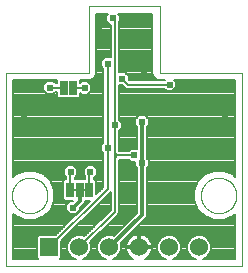
<source format=gbl>
G75*
%MOIN*%
%OFA0B0*%
%FSLAX25Y25*%
%IPPOS*%
%LPD*%
%AMOC8*
5,1,8,0,0,1.08239X$1,22.5*
%
%ADD10C,0.00100*%
%ADD11C,0.00000*%
%ADD12R,0.06000X0.06000*%
%ADD13C,0.06000*%
%ADD14R,0.02500X0.05000*%
%ADD15C,0.00800*%
%ADD16C,0.02400*%
%ADD17C,0.01200*%
%ADD18C,0.00700*%
D10*
X0011938Y0001701D02*
X0011938Y0066268D01*
X0039498Y0066268D01*
X0039498Y0088315D01*
X0063120Y0088315D01*
X0063120Y0066268D01*
X0090679Y0066268D01*
X0090679Y0001701D01*
X0011938Y0001701D01*
D11*
X0013906Y0025323D02*
X0013908Y0025476D01*
X0013914Y0025630D01*
X0013924Y0025783D01*
X0013938Y0025935D01*
X0013956Y0026088D01*
X0013978Y0026239D01*
X0014003Y0026390D01*
X0014033Y0026541D01*
X0014067Y0026691D01*
X0014104Y0026839D01*
X0014145Y0026987D01*
X0014190Y0027133D01*
X0014239Y0027279D01*
X0014292Y0027423D01*
X0014348Y0027565D01*
X0014408Y0027706D01*
X0014472Y0027846D01*
X0014539Y0027984D01*
X0014610Y0028120D01*
X0014685Y0028254D01*
X0014762Y0028386D01*
X0014844Y0028516D01*
X0014928Y0028644D01*
X0015016Y0028770D01*
X0015107Y0028893D01*
X0015201Y0029014D01*
X0015299Y0029132D01*
X0015399Y0029248D01*
X0015503Y0029361D01*
X0015609Y0029472D01*
X0015718Y0029580D01*
X0015830Y0029685D01*
X0015944Y0029786D01*
X0016062Y0029885D01*
X0016181Y0029981D01*
X0016303Y0030074D01*
X0016428Y0030163D01*
X0016555Y0030250D01*
X0016684Y0030332D01*
X0016815Y0030412D01*
X0016948Y0030488D01*
X0017083Y0030561D01*
X0017220Y0030630D01*
X0017359Y0030695D01*
X0017499Y0030757D01*
X0017641Y0030815D01*
X0017784Y0030870D01*
X0017929Y0030921D01*
X0018075Y0030968D01*
X0018222Y0031011D01*
X0018370Y0031050D01*
X0018519Y0031086D01*
X0018669Y0031117D01*
X0018820Y0031145D01*
X0018971Y0031169D01*
X0019124Y0031189D01*
X0019276Y0031205D01*
X0019429Y0031217D01*
X0019582Y0031225D01*
X0019735Y0031229D01*
X0019889Y0031229D01*
X0020042Y0031225D01*
X0020195Y0031217D01*
X0020348Y0031205D01*
X0020500Y0031189D01*
X0020653Y0031169D01*
X0020804Y0031145D01*
X0020955Y0031117D01*
X0021105Y0031086D01*
X0021254Y0031050D01*
X0021402Y0031011D01*
X0021549Y0030968D01*
X0021695Y0030921D01*
X0021840Y0030870D01*
X0021983Y0030815D01*
X0022125Y0030757D01*
X0022265Y0030695D01*
X0022404Y0030630D01*
X0022541Y0030561D01*
X0022676Y0030488D01*
X0022809Y0030412D01*
X0022940Y0030332D01*
X0023069Y0030250D01*
X0023196Y0030163D01*
X0023321Y0030074D01*
X0023443Y0029981D01*
X0023562Y0029885D01*
X0023680Y0029786D01*
X0023794Y0029685D01*
X0023906Y0029580D01*
X0024015Y0029472D01*
X0024121Y0029361D01*
X0024225Y0029248D01*
X0024325Y0029132D01*
X0024423Y0029014D01*
X0024517Y0028893D01*
X0024608Y0028770D01*
X0024696Y0028644D01*
X0024780Y0028516D01*
X0024862Y0028386D01*
X0024939Y0028254D01*
X0025014Y0028120D01*
X0025085Y0027984D01*
X0025152Y0027846D01*
X0025216Y0027706D01*
X0025276Y0027565D01*
X0025332Y0027423D01*
X0025385Y0027279D01*
X0025434Y0027133D01*
X0025479Y0026987D01*
X0025520Y0026839D01*
X0025557Y0026691D01*
X0025591Y0026541D01*
X0025621Y0026390D01*
X0025646Y0026239D01*
X0025668Y0026088D01*
X0025686Y0025935D01*
X0025700Y0025783D01*
X0025710Y0025630D01*
X0025716Y0025476D01*
X0025718Y0025323D01*
X0025716Y0025170D01*
X0025710Y0025016D01*
X0025700Y0024863D01*
X0025686Y0024711D01*
X0025668Y0024558D01*
X0025646Y0024407D01*
X0025621Y0024256D01*
X0025591Y0024105D01*
X0025557Y0023955D01*
X0025520Y0023807D01*
X0025479Y0023659D01*
X0025434Y0023513D01*
X0025385Y0023367D01*
X0025332Y0023223D01*
X0025276Y0023081D01*
X0025216Y0022940D01*
X0025152Y0022800D01*
X0025085Y0022662D01*
X0025014Y0022526D01*
X0024939Y0022392D01*
X0024862Y0022260D01*
X0024780Y0022130D01*
X0024696Y0022002D01*
X0024608Y0021876D01*
X0024517Y0021753D01*
X0024423Y0021632D01*
X0024325Y0021514D01*
X0024225Y0021398D01*
X0024121Y0021285D01*
X0024015Y0021174D01*
X0023906Y0021066D01*
X0023794Y0020961D01*
X0023680Y0020860D01*
X0023562Y0020761D01*
X0023443Y0020665D01*
X0023321Y0020572D01*
X0023196Y0020483D01*
X0023069Y0020396D01*
X0022940Y0020314D01*
X0022809Y0020234D01*
X0022676Y0020158D01*
X0022541Y0020085D01*
X0022404Y0020016D01*
X0022265Y0019951D01*
X0022125Y0019889D01*
X0021983Y0019831D01*
X0021840Y0019776D01*
X0021695Y0019725D01*
X0021549Y0019678D01*
X0021402Y0019635D01*
X0021254Y0019596D01*
X0021105Y0019560D01*
X0020955Y0019529D01*
X0020804Y0019501D01*
X0020653Y0019477D01*
X0020500Y0019457D01*
X0020348Y0019441D01*
X0020195Y0019429D01*
X0020042Y0019421D01*
X0019889Y0019417D01*
X0019735Y0019417D01*
X0019582Y0019421D01*
X0019429Y0019429D01*
X0019276Y0019441D01*
X0019124Y0019457D01*
X0018971Y0019477D01*
X0018820Y0019501D01*
X0018669Y0019529D01*
X0018519Y0019560D01*
X0018370Y0019596D01*
X0018222Y0019635D01*
X0018075Y0019678D01*
X0017929Y0019725D01*
X0017784Y0019776D01*
X0017641Y0019831D01*
X0017499Y0019889D01*
X0017359Y0019951D01*
X0017220Y0020016D01*
X0017083Y0020085D01*
X0016948Y0020158D01*
X0016815Y0020234D01*
X0016684Y0020314D01*
X0016555Y0020396D01*
X0016428Y0020483D01*
X0016303Y0020572D01*
X0016181Y0020665D01*
X0016062Y0020761D01*
X0015944Y0020860D01*
X0015830Y0020961D01*
X0015718Y0021066D01*
X0015609Y0021174D01*
X0015503Y0021285D01*
X0015399Y0021398D01*
X0015299Y0021514D01*
X0015201Y0021632D01*
X0015107Y0021753D01*
X0015016Y0021876D01*
X0014928Y0022002D01*
X0014844Y0022130D01*
X0014762Y0022260D01*
X0014685Y0022392D01*
X0014610Y0022526D01*
X0014539Y0022662D01*
X0014472Y0022800D01*
X0014408Y0022940D01*
X0014348Y0023081D01*
X0014292Y0023223D01*
X0014239Y0023367D01*
X0014190Y0023513D01*
X0014145Y0023659D01*
X0014104Y0023807D01*
X0014067Y0023955D01*
X0014033Y0024105D01*
X0014003Y0024256D01*
X0013978Y0024407D01*
X0013956Y0024558D01*
X0013938Y0024711D01*
X0013924Y0024863D01*
X0013914Y0025016D01*
X0013908Y0025170D01*
X0013906Y0025323D01*
X0076899Y0025323D02*
X0076901Y0025476D01*
X0076907Y0025630D01*
X0076917Y0025783D01*
X0076931Y0025935D01*
X0076949Y0026088D01*
X0076971Y0026239D01*
X0076996Y0026390D01*
X0077026Y0026541D01*
X0077060Y0026691D01*
X0077097Y0026839D01*
X0077138Y0026987D01*
X0077183Y0027133D01*
X0077232Y0027279D01*
X0077285Y0027423D01*
X0077341Y0027565D01*
X0077401Y0027706D01*
X0077465Y0027846D01*
X0077532Y0027984D01*
X0077603Y0028120D01*
X0077678Y0028254D01*
X0077755Y0028386D01*
X0077837Y0028516D01*
X0077921Y0028644D01*
X0078009Y0028770D01*
X0078100Y0028893D01*
X0078194Y0029014D01*
X0078292Y0029132D01*
X0078392Y0029248D01*
X0078496Y0029361D01*
X0078602Y0029472D01*
X0078711Y0029580D01*
X0078823Y0029685D01*
X0078937Y0029786D01*
X0079055Y0029885D01*
X0079174Y0029981D01*
X0079296Y0030074D01*
X0079421Y0030163D01*
X0079548Y0030250D01*
X0079677Y0030332D01*
X0079808Y0030412D01*
X0079941Y0030488D01*
X0080076Y0030561D01*
X0080213Y0030630D01*
X0080352Y0030695D01*
X0080492Y0030757D01*
X0080634Y0030815D01*
X0080777Y0030870D01*
X0080922Y0030921D01*
X0081068Y0030968D01*
X0081215Y0031011D01*
X0081363Y0031050D01*
X0081512Y0031086D01*
X0081662Y0031117D01*
X0081813Y0031145D01*
X0081964Y0031169D01*
X0082117Y0031189D01*
X0082269Y0031205D01*
X0082422Y0031217D01*
X0082575Y0031225D01*
X0082728Y0031229D01*
X0082882Y0031229D01*
X0083035Y0031225D01*
X0083188Y0031217D01*
X0083341Y0031205D01*
X0083493Y0031189D01*
X0083646Y0031169D01*
X0083797Y0031145D01*
X0083948Y0031117D01*
X0084098Y0031086D01*
X0084247Y0031050D01*
X0084395Y0031011D01*
X0084542Y0030968D01*
X0084688Y0030921D01*
X0084833Y0030870D01*
X0084976Y0030815D01*
X0085118Y0030757D01*
X0085258Y0030695D01*
X0085397Y0030630D01*
X0085534Y0030561D01*
X0085669Y0030488D01*
X0085802Y0030412D01*
X0085933Y0030332D01*
X0086062Y0030250D01*
X0086189Y0030163D01*
X0086314Y0030074D01*
X0086436Y0029981D01*
X0086555Y0029885D01*
X0086673Y0029786D01*
X0086787Y0029685D01*
X0086899Y0029580D01*
X0087008Y0029472D01*
X0087114Y0029361D01*
X0087218Y0029248D01*
X0087318Y0029132D01*
X0087416Y0029014D01*
X0087510Y0028893D01*
X0087601Y0028770D01*
X0087689Y0028644D01*
X0087773Y0028516D01*
X0087855Y0028386D01*
X0087932Y0028254D01*
X0088007Y0028120D01*
X0088078Y0027984D01*
X0088145Y0027846D01*
X0088209Y0027706D01*
X0088269Y0027565D01*
X0088325Y0027423D01*
X0088378Y0027279D01*
X0088427Y0027133D01*
X0088472Y0026987D01*
X0088513Y0026839D01*
X0088550Y0026691D01*
X0088584Y0026541D01*
X0088614Y0026390D01*
X0088639Y0026239D01*
X0088661Y0026088D01*
X0088679Y0025935D01*
X0088693Y0025783D01*
X0088703Y0025630D01*
X0088709Y0025476D01*
X0088711Y0025323D01*
X0088709Y0025170D01*
X0088703Y0025016D01*
X0088693Y0024863D01*
X0088679Y0024711D01*
X0088661Y0024558D01*
X0088639Y0024407D01*
X0088614Y0024256D01*
X0088584Y0024105D01*
X0088550Y0023955D01*
X0088513Y0023807D01*
X0088472Y0023659D01*
X0088427Y0023513D01*
X0088378Y0023367D01*
X0088325Y0023223D01*
X0088269Y0023081D01*
X0088209Y0022940D01*
X0088145Y0022800D01*
X0088078Y0022662D01*
X0088007Y0022526D01*
X0087932Y0022392D01*
X0087855Y0022260D01*
X0087773Y0022130D01*
X0087689Y0022002D01*
X0087601Y0021876D01*
X0087510Y0021753D01*
X0087416Y0021632D01*
X0087318Y0021514D01*
X0087218Y0021398D01*
X0087114Y0021285D01*
X0087008Y0021174D01*
X0086899Y0021066D01*
X0086787Y0020961D01*
X0086673Y0020860D01*
X0086555Y0020761D01*
X0086436Y0020665D01*
X0086314Y0020572D01*
X0086189Y0020483D01*
X0086062Y0020396D01*
X0085933Y0020314D01*
X0085802Y0020234D01*
X0085669Y0020158D01*
X0085534Y0020085D01*
X0085397Y0020016D01*
X0085258Y0019951D01*
X0085118Y0019889D01*
X0084976Y0019831D01*
X0084833Y0019776D01*
X0084688Y0019725D01*
X0084542Y0019678D01*
X0084395Y0019635D01*
X0084247Y0019596D01*
X0084098Y0019560D01*
X0083948Y0019529D01*
X0083797Y0019501D01*
X0083646Y0019477D01*
X0083493Y0019457D01*
X0083341Y0019441D01*
X0083188Y0019429D01*
X0083035Y0019421D01*
X0082882Y0019417D01*
X0082728Y0019417D01*
X0082575Y0019421D01*
X0082422Y0019429D01*
X0082269Y0019441D01*
X0082117Y0019457D01*
X0081964Y0019477D01*
X0081813Y0019501D01*
X0081662Y0019529D01*
X0081512Y0019560D01*
X0081363Y0019596D01*
X0081215Y0019635D01*
X0081068Y0019678D01*
X0080922Y0019725D01*
X0080777Y0019776D01*
X0080634Y0019831D01*
X0080492Y0019889D01*
X0080352Y0019951D01*
X0080213Y0020016D01*
X0080076Y0020085D01*
X0079941Y0020158D01*
X0079808Y0020234D01*
X0079677Y0020314D01*
X0079548Y0020396D01*
X0079421Y0020483D01*
X0079296Y0020572D01*
X0079174Y0020665D01*
X0079055Y0020761D01*
X0078937Y0020860D01*
X0078823Y0020961D01*
X0078711Y0021066D01*
X0078602Y0021174D01*
X0078496Y0021285D01*
X0078392Y0021398D01*
X0078292Y0021514D01*
X0078194Y0021632D01*
X0078100Y0021753D01*
X0078009Y0021876D01*
X0077921Y0022002D01*
X0077837Y0022130D01*
X0077755Y0022260D01*
X0077678Y0022392D01*
X0077603Y0022526D01*
X0077532Y0022662D01*
X0077465Y0022800D01*
X0077401Y0022940D01*
X0077341Y0023081D01*
X0077285Y0023223D01*
X0077232Y0023367D01*
X0077183Y0023513D01*
X0077138Y0023659D01*
X0077097Y0023807D01*
X0077060Y0023955D01*
X0077026Y0024105D01*
X0076996Y0024256D01*
X0076971Y0024407D01*
X0076949Y0024558D01*
X0076931Y0024711D01*
X0076917Y0024863D01*
X0076907Y0025016D01*
X0076901Y0025170D01*
X0076899Y0025323D01*
D12*
X0026309Y0008000D03*
D13*
X0036309Y0008000D03*
X0046309Y0008000D03*
X0056309Y0008000D03*
X0066309Y0008000D03*
X0076309Y0008000D03*
D14*
X0039738Y0027101D03*
X0036538Y0027101D03*
X0033338Y0027101D03*
X0034338Y0061201D03*
X0031138Y0061201D03*
D15*
X0026738Y0061201D01*
X0026638Y0061301D01*
X0045838Y0069301D02*
X0045838Y0044501D01*
X0045838Y0041201D01*
X0045838Y0027530D01*
X0026309Y0008000D01*
X0036309Y0008000D02*
X0048238Y0019930D01*
X0048238Y0037901D01*
X0049038Y0038701D01*
X0048238Y0039501D01*
X0048238Y0037901D01*
X0049038Y0038701D02*
X0054638Y0038701D01*
X0048238Y0039501D02*
X0048238Y0048701D01*
X0048238Y0083701D01*
X0047538Y0084401D01*
X0050538Y0064301D02*
X0052538Y0062301D01*
X0066438Y0062301D01*
X0040038Y0033201D02*
X0039738Y0032901D01*
X0039738Y0027101D01*
X0039838Y0027101D02*
X0036538Y0027101D01*
X0033138Y0027101D01*
X0033338Y0027101D02*
X0033338Y0033001D01*
X0033438Y0033101D01*
X0039738Y0032901D02*
X0040038Y0033201D01*
D16*
X0040038Y0033201D03*
X0033438Y0033101D03*
X0034238Y0021301D03*
X0031438Y0005701D03*
X0041438Y0005701D03*
X0019438Y0005701D03*
X0054638Y0038701D03*
X0057238Y0036101D03*
X0045838Y0041201D03*
X0048238Y0048701D03*
X0051938Y0048701D03*
X0051938Y0052701D03*
X0057238Y0049901D03*
X0064538Y0057301D03*
X0066438Y0062301D03*
X0057938Y0065701D03*
X0057938Y0068701D03*
X0050938Y0068701D03*
X0050538Y0064301D03*
X0045838Y0069301D03*
X0043138Y0062901D03*
X0038138Y0061201D03*
X0026638Y0061301D03*
X0017938Y0055701D03*
X0017938Y0051701D03*
X0017938Y0047701D03*
X0050938Y0075701D03*
X0050938Y0078701D03*
X0050938Y0084701D03*
X0047538Y0084401D03*
X0042938Y0084701D03*
X0042938Y0081701D03*
X0054938Y0084701D03*
X0058938Y0084701D03*
X0084938Y0055701D03*
X0084938Y0051701D03*
X0084938Y0047701D03*
X0083438Y0005701D03*
X0071438Y0005701D03*
D17*
X0057238Y0018930D02*
X0046309Y0008000D01*
X0057238Y0018930D02*
X0057238Y0036101D01*
X0057238Y0049901D01*
X0036538Y0027101D02*
X0036538Y0023601D01*
X0034238Y0021301D01*
D18*
X0036488Y0021217D02*
X0036488Y0020369D01*
X0035170Y0019051D01*
X0033306Y0019051D01*
X0031988Y0020369D01*
X0031988Y0022233D01*
X0033306Y0023551D01*
X0034155Y0023551D01*
X0034155Y0023551D01*
X0031654Y0023551D01*
X0031038Y0024166D01*
X0031038Y0030036D01*
X0031654Y0030651D01*
X0031888Y0030651D01*
X0031888Y0031469D01*
X0031188Y0032169D01*
X0031188Y0034033D01*
X0032506Y0035351D01*
X0034370Y0035351D01*
X0035688Y0034033D01*
X0035688Y0032169D01*
X0034788Y0031269D01*
X0034788Y0030651D01*
X0038288Y0030651D01*
X0038288Y0031769D01*
X0037788Y0032269D01*
X0037788Y0034133D01*
X0039106Y0035451D01*
X0040970Y0035451D01*
X0042288Y0034133D01*
X0042288Y0032269D01*
X0041188Y0031169D01*
X0041188Y0030651D01*
X0041423Y0030651D01*
X0042038Y0030036D01*
X0042038Y0025780D01*
X0044388Y0028131D01*
X0044388Y0039469D01*
X0043588Y0040269D01*
X0043588Y0042133D01*
X0044388Y0042933D01*
X0044388Y0067569D01*
X0043588Y0068369D01*
X0043588Y0070233D01*
X0044906Y0071551D01*
X0046770Y0071551D01*
X0046788Y0071533D01*
X0046788Y0082151D01*
X0046606Y0082151D01*
X0045288Y0083469D01*
X0045288Y0085333D01*
X0045871Y0085915D01*
X0041897Y0085915D01*
X0041897Y0065790D01*
X0041532Y0064908D01*
X0040857Y0064233D01*
X0039975Y0063868D01*
X0036638Y0063868D01*
X0036638Y0062883D01*
X0037206Y0063451D01*
X0039070Y0063451D01*
X0040388Y0062133D01*
X0040388Y0060269D01*
X0039070Y0058951D01*
X0037206Y0058951D01*
X0036638Y0059519D01*
X0036638Y0058266D01*
X0036023Y0057651D01*
X0029454Y0057651D01*
X0028838Y0058266D01*
X0028838Y0059751D01*
X0028270Y0059751D01*
X0027570Y0059051D01*
X0025706Y0059051D01*
X0024388Y0060369D01*
X0024388Y0062233D01*
X0025706Y0063551D01*
X0027570Y0063551D01*
X0028470Y0062651D01*
X0028838Y0062651D01*
X0028838Y0063868D01*
X0014338Y0063868D01*
X0014338Y0031524D01*
X0015136Y0032322D01*
X0018170Y0033578D01*
X0021455Y0033578D01*
X0024489Y0032322D01*
X0026811Y0029999D01*
X0028068Y0026965D01*
X0028068Y0023681D01*
X0026811Y0020646D01*
X0024489Y0018324D01*
X0021455Y0017067D01*
X0018170Y0017067D01*
X0015136Y0018324D01*
X0014338Y0019122D01*
X0014338Y0004101D01*
X0022723Y0004101D01*
X0022259Y0004565D01*
X0022259Y0011435D01*
X0022874Y0012050D01*
X0028308Y0012050D01*
X0039809Y0023551D01*
X0038188Y0023551D01*
X0038188Y0022917D01*
X0036488Y0021217D01*
X0036530Y0021259D02*
X0037517Y0021259D01*
X0037229Y0021958D02*
X0038216Y0021958D01*
X0037927Y0022656D02*
X0038914Y0022656D01*
X0039613Y0023355D02*
X0038188Y0023355D01*
X0036819Y0020561D02*
X0036488Y0020561D01*
X0036120Y0019862D02*
X0035982Y0019862D01*
X0035422Y0019164D02*
X0035283Y0019164D01*
X0034723Y0018465D02*
X0024630Y0018465D01*
X0025328Y0019164D02*
X0033194Y0019164D01*
X0032495Y0019862D02*
X0026027Y0019862D01*
X0026725Y0020561D02*
X0031988Y0020561D01*
X0031988Y0021259D02*
X0027065Y0021259D01*
X0027354Y0021958D02*
X0031988Y0021958D01*
X0032412Y0022656D02*
X0027644Y0022656D01*
X0027933Y0023355D02*
X0033110Y0023355D01*
X0031151Y0024053D02*
X0028068Y0024053D01*
X0028068Y0024752D02*
X0031038Y0024752D01*
X0031038Y0025450D02*
X0028068Y0025450D01*
X0028068Y0026149D02*
X0031038Y0026149D01*
X0031038Y0026847D02*
X0028068Y0026847D01*
X0027827Y0027546D02*
X0031038Y0027546D01*
X0031038Y0028244D02*
X0027538Y0028244D01*
X0027249Y0028943D02*
X0031038Y0028943D01*
X0031038Y0029641D02*
X0026959Y0029641D01*
X0026471Y0030340D02*
X0031342Y0030340D01*
X0031888Y0031038D02*
X0025772Y0031038D01*
X0025074Y0031737D02*
X0031620Y0031737D01*
X0031188Y0032435D02*
X0024214Y0032435D01*
X0022528Y0033134D02*
X0031188Y0033134D01*
X0031188Y0033832D02*
X0014338Y0033832D01*
X0014338Y0033134D02*
X0017097Y0033134D01*
X0015411Y0032435D02*
X0014338Y0032435D01*
X0014338Y0031737D02*
X0014551Y0031737D01*
X0014338Y0034531D02*
X0031687Y0034531D01*
X0032385Y0035229D02*
X0014338Y0035229D01*
X0014338Y0035928D02*
X0044388Y0035928D01*
X0044388Y0036626D02*
X0014338Y0036626D01*
X0014338Y0037325D02*
X0044388Y0037325D01*
X0044388Y0038023D02*
X0014338Y0038023D01*
X0014338Y0038722D02*
X0044388Y0038722D01*
X0044388Y0039420D02*
X0014338Y0039420D01*
X0014338Y0040119D02*
X0043738Y0040119D01*
X0043588Y0040817D02*
X0014338Y0040817D01*
X0014338Y0041516D02*
X0043588Y0041516D01*
X0043670Y0042214D02*
X0014338Y0042214D01*
X0014338Y0042913D02*
X0044369Y0042913D01*
X0044388Y0043611D02*
X0014338Y0043611D01*
X0014338Y0044310D02*
X0044388Y0044310D01*
X0044388Y0045008D02*
X0014338Y0045008D01*
X0014338Y0045707D02*
X0044388Y0045707D01*
X0044388Y0046406D02*
X0014338Y0046406D01*
X0014338Y0047104D02*
X0044388Y0047104D01*
X0044388Y0047803D02*
X0014338Y0047803D01*
X0014338Y0048501D02*
X0044388Y0048501D01*
X0044388Y0049200D02*
X0014338Y0049200D01*
X0014338Y0049898D02*
X0044388Y0049898D01*
X0044388Y0050597D02*
X0014338Y0050597D01*
X0014338Y0051295D02*
X0044388Y0051295D01*
X0044388Y0051994D02*
X0014338Y0051994D01*
X0014338Y0052692D02*
X0044388Y0052692D01*
X0044388Y0053391D02*
X0014338Y0053391D01*
X0014338Y0054089D02*
X0044388Y0054089D01*
X0044388Y0054788D02*
X0014338Y0054788D01*
X0014338Y0055486D02*
X0044388Y0055486D01*
X0044388Y0056185D02*
X0014338Y0056185D01*
X0014338Y0056883D02*
X0044388Y0056883D01*
X0044388Y0057582D02*
X0014338Y0057582D01*
X0014338Y0058280D02*
X0028838Y0058280D01*
X0028838Y0058979D02*
X0014338Y0058979D01*
X0014338Y0059677D02*
X0025080Y0059677D01*
X0024388Y0060376D02*
X0014338Y0060376D01*
X0014338Y0061074D02*
X0024388Y0061074D01*
X0024388Y0061773D02*
X0014338Y0061773D01*
X0014338Y0062471D02*
X0024627Y0062471D01*
X0025325Y0063170D02*
X0014338Y0063170D01*
X0027951Y0063170D02*
X0028838Y0063170D01*
X0028838Y0059677D02*
X0028197Y0059677D01*
X0034338Y0061201D02*
X0038138Y0061201D01*
X0039797Y0059677D02*
X0044388Y0059677D01*
X0044388Y0058979D02*
X0039098Y0058979D01*
X0040388Y0060376D02*
X0044388Y0060376D01*
X0044388Y0061074D02*
X0040388Y0061074D01*
X0040388Y0061773D02*
X0044388Y0061773D01*
X0044388Y0062471D02*
X0040050Y0062471D01*
X0039351Y0063170D02*
X0044388Y0063170D01*
X0044388Y0063868D02*
X0039976Y0063868D01*
X0041191Y0064567D02*
X0044388Y0064567D01*
X0044388Y0065265D02*
X0041680Y0065265D01*
X0041897Y0065964D02*
X0044388Y0065964D01*
X0044388Y0066662D02*
X0041897Y0066662D01*
X0041897Y0067361D02*
X0044388Y0067361D01*
X0043898Y0068059D02*
X0041897Y0068059D01*
X0041897Y0068758D02*
X0043588Y0068758D01*
X0043588Y0069456D02*
X0041897Y0069456D01*
X0041897Y0070155D02*
X0043588Y0070155D01*
X0044209Y0070853D02*
X0041897Y0070853D01*
X0041897Y0071552D02*
X0046788Y0071552D01*
X0046788Y0072250D02*
X0041897Y0072250D01*
X0041897Y0072949D02*
X0046788Y0072949D01*
X0046788Y0073647D02*
X0041897Y0073647D01*
X0041897Y0074346D02*
X0046788Y0074346D01*
X0046788Y0075044D02*
X0041897Y0075044D01*
X0041897Y0075743D02*
X0046788Y0075743D01*
X0046788Y0076441D02*
X0041897Y0076441D01*
X0041897Y0077140D02*
X0046788Y0077140D01*
X0046788Y0077839D02*
X0041897Y0077839D01*
X0041897Y0078537D02*
X0046788Y0078537D01*
X0046788Y0079236D02*
X0041897Y0079236D01*
X0041897Y0079934D02*
X0046788Y0079934D01*
X0046788Y0080633D02*
X0041897Y0080633D01*
X0041897Y0081331D02*
X0046788Y0081331D01*
X0046788Y0082030D02*
X0041897Y0082030D01*
X0041897Y0082728D02*
X0046029Y0082728D01*
X0045331Y0083427D02*
X0041897Y0083427D01*
X0041897Y0084125D02*
X0045288Y0084125D01*
X0045288Y0084824D02*
X0041897Y0084824D01*
X0041897Y0085522D02*
X0045478Y0085522D01*
X0049206Y0085915D02*
X0060720Y0085915D01*
X0060720Y0065790D01*
X0061085Y0064908D01*
X0061760Y0064233D01*
X0062642Y0063868D01*
X0064823Y0063868D01*
X0064706Y0063751D01*
X0053139Y0063751D01*
X0052788Y0064101D01*
X0052788Y0065233D01*
X0051470Y0066551D01*
X0049688Y0066551D01*
X0049688Y0083369D01*
X0049788Y0083469D01*
X0049788Y0085333D01*
X0049206Y0085915D01*
X0049599Y0085522D02*
X0060720Y0085522D01*
X0060720Y0084824D02*
X0049788Y0084824D01*
X0049788Y0084125D02*
X0060720Y0084125D01*
X0060720Y0083427D02*
X0049746Y0083427D01*
X0049688Y0082728D02*
X0060720Y0082728D01*
X0060720Y0082030D02*
X0049688Y0082030D01*
X0049688Y0081331D02*
X0060720Y0081331D01*
X0060720Y0080633D02*
X0049688Y0080633D01*
X0049688Y0079934D02*
X0060720Y0079934D01*
X0060720Y0079236D02*
X0049688Y0079236D01*
X0049688Y0078537D02*
X0060720Y0078537D01*
X0060720Y0077839D02*
X0049688Y0077839D01*
X0049688Y0077140D02*
X0060720Y0077140D01*
X0060720Y0076441D02*
X0049688Y0076441D01*
X0049688Y0075743D02*
X0060720Y0075743D01*
X0060720Y0075044D02*
X0049688Y0075044D01*
X0049688Y0074346D02*
X0060720Y0074346D01*
X0060720Y0073647D02*
X0049688Y0073647D01*
X0049688Y0072949D02*
X0060720Y0072949D01*
X0060720Y0072250D02*
X0049688Y0072250D01*
X0049688Y0071552D02*
X0060720Y0071552D01*
X0060720Y0070853D02*
X0049688Y0070853D01*
X0049688Y0070155D02*
X0060720Y0070155D01*
X0060720Y0069456D02*
X0049688Y0069456D01*
X0049688Y0068758D02*
X0060720Y0068758D01*
X0060720Y0068059D02*
X0049688Y0068059D01*
X0049688Y0067361D02*
X0060720Y0067361D01*
X0060720Y0066662D02*
X0049688Y0066662D01*
X0052057Y0065964D02*
X0060720Y0065964D01*
X0060937Y0065265D02*
X0052756Y0065265D01*
X0052788Y0064567D02*
X0061426Y0064567D01*
X0062641Y0063868D02*
X0053022Y0063868D01*
X0050738Y0062051D02*
X0049688Y0062051D01*
X0049688Y0050433D01*
X0050488Y0049633D01*
X0050488Y0047769D01*
X0049688Y0046969D01*
X0049688Y0040151D01*
X0052906Y0040151D01*
X0053706Y0040951D01*
X0055570Y0040951D01*
X0055588Y0040933D01*
X0055588Y0048369D01*
X0054988Y0048969D01*
X0054988Y0050833D01*
X0056306Y0052151D01*
X0058170Y0052151D01*
X0059488Y0050833D01*
X0059488Y0048969D01*
X0058888Y0048369D01*
X0058888Y0037633D01*
X0059488Y0037033D01*
X0059488Y0035169D01*
X0058888Y0034569D01*
X0058888Y0018246D01*
X0050092Y0009450D01*
X0050359Y0008806D01*
X0050359Y0007194D01*
X0049742Y0005706D01*
X0048603Y0004567D01*
X0047478Y0004101D01*
X0054380Y0004101D01*
X0054029Y0004280D01*
X0053475Y0004682D01*
X0052991Y0005166D01*
X0052588Y0005720D01*
X0052277Y0006330D01*
X0052066Y0006981D01*
X0051960Y0007650D01*
X0055958Y0007650D01*
X0055958Y0008350D01*
X0051960Y0008350D01*
X0052066Y0009019D01*
X0052277Y0009670D01*
X0052588Y0010280D01*
X0052991Y0010834D01*
X0053475Y0011318D01*
X0054029Y0011720D01*
X0054639Y0012031D01*
X0055290Y0012243D01*
X0055959Y0012349D01*
X0055959Y0008350D01*
X0056659Y0008350D01*
X0060657Y0008350D01*
X0060551Y0009019D01*
X0060340Y0009670D01*
X0060029Y0010280D01*
X0059627Y0010834D01*
X0059142Y0011318D01*
X0058588Y0011720D01*
X0057978Y0012031D01*
X0057327Y0012243D01*
X0056659Y0012349D01*
X0056659Y0008350D01*
X0056659Y0007650D01*
X0060657Y0007650D01*
X0060551Y0006981D01*
X0060340Y0006330D01*
X0060029Y0005720D01*
X0059627Y0005166D01*
X0059142Y0004682D01*
X0058588Y0004280D01*
X0058238Y0004101D01*
X0065139Y0004101D01*
X0064014Y0004567D01*
X0062875Y0005706D01*
X0062259Y0007194D01*
X0062259Y0008806D01*
X0062875Y0010294D01*
X0064014Y0011433D01*
X0065503Y0012050D01*
X0067114Y0012050D01*
X0068603Y0011433D01*
X0069742Y0010294D01*
X0070359Y0008806D01*
X0070359Y0007194D01*
X0069742Y0005706D01*
X0068603Y0004567D01*
X0067478Y0004101D01*
X0075139Y0004101D01*
X0074014Y0004567D01*
X0072875Y0005706D01*
X0072259Y0007194D01*
X0072259Y0008806D01*
X0072875Y0010294D01*
X0074014Y0011433D01*
X0075503Y0012050D01*
X0077114Y0012050D01*
X0078603Y0011433D01*
X0079742Y0010294D01*
X0080359Y0008806D01*
X0080359Y0007194D01*
X0079742Y0005706D01*
X0078603Y0004567D01*
X0077478Y0004101D01*
X0088279Y0004101D01*
X0088279Y0019122D01*
X0087481Y0018324D01*
X0084447Y0017067D01*
X0081162Y0017067D01*
X0078128Y0018324D01*
X0075806Y0020646D01*
X0074549Y0023681D01*
X0074549Y0026965D01*
X0075806Y0029999D01*
X0078128Y0032322D01*
X0081162Y0033578D01*
X0084447Y0033578D01*
X0087481Y0032322D01*
X0088279Y0031524D01*
X0088279Y0063868D01*
X0068053Y0063868D01*
X0068688Y0063233D01*
X0068688Y0061369D01*
X0067370Y0060051D01*
X0065506Y0060051D01*
X0064706Y0060851D01*
X0051938Y0060851D01*
X0050738Y0062051D01*
X0051016Y0061773D02*
X0049688Y0061773D01*
X0049688Y0061074D02*
X0051714Y0061074D01*
X0049688Y0060376D02*
X0065182Y0060376D01*
X0067695Y0060376D02*
X0088279Y0060376D01*
X0088279Y0061074D02*
X0068394Y0061074D01*
X0068688Y0061773D02*
X0088279Y0061773D01*
X0088279Y0062471D02*
X0068688Y0062471D01*
X0068688Y0063170D02*
X0088279Y0063170D01*
X0088279Y0059677D02*
X0049688Y0059677D01*
X0049688Y0058979D02*
X0088279Y0058979D01*
X0088279Y0058280D02*
X0049688Y0058280D01*
X0049688Y0057582D02*
X0088279Y0057582D01*
X0088279Y0056883D02*
X0049688Y0056883D01*
X0049688Y0056185D02*
X0088279Y0056185D01*
X0088279Y0055486D02*
X0049688Y0055486D01*
X0049688Y0054788D02*
X0088279Y0054788D01*
X0088279Y0054089D02*
X0049688Y0054089D01*
X0049688Y0053391D02*
X0088279Y0053391D01*
X0088279Y0052692D02*
X0049688Y0052692D01*
X0049688Y0051994D02*
X0056149Y0051994D01*
X0055451Y0051295D02*
X0049688Y0051295D01*
X0049688Y0050597D02*
X0054988Y0050597D01*
X0054988Y0049898D02*
X0050223Y0049898D01*
X0050488Y0049200D02*
X0054988Y0049200D01*
X0055456Y0048501D02*
X0050488Y0048501D01*
X0050488Y0047803D02*
X0055588Y0047803D01*
X0055588Y0047104D02*
X0049824Y0047104D01*
X0049688Y0046406D02*
X0055588Y0046406D01*
X0055588Y0045707D02*
X0049688Y0045707D01*
X0049688Y0045008D02*
X0055588Y0045008D01*
X0055588Y0044310D02*
X0049688Y0044310D01*
X0049688Y0043611D02*
X0055588Y0043611D01*
X0055588Y0042913D02*
X0049688Y0042913D01*
X0049688Y0042214D02*
X0055588Y0042214D01*
X0055588Y0041516D02*
X0049688Y0041516D01*
X0049688Y0040817D02*
X0053573Y0040817D01*
X0052906Y0037251D02*
X0049688Y0037251D01*
X0049688Y0019329D01*
X0048839Y0018480D01*
X0040009Y0009650D01*
X0040359Y0008806D01*
X0040359Y0007194D01*
X0039742Y0005706D01*
X0038603Y0004567D01*
X0037478Y0004101D01*
X0045139Y0004101D01*
X0044014Y0004567D01*
X0042875Y0005706D01*
X0042259Y0007194D01*
X0042259Y0008806D01*
X0042875Y0010294D01*
X0044014Y0011433D01*
X0045503Y0012050D01*
X0047114Y0012050D01*
X0047758Y0011783D01*
X0055588Y0019613D01*
X0055588Y0034569D01*
X0054988Y0035169D01*
X0054988Y0036451D01*
X0053706Y0036451D01*
X0052906Y0037251D01*
X0053531Y0036626D02*
X0049688Y0036626D01*
X0049688Y0035928D02*
X0054988Y0035928D01*
X0054988Y0035229D02*
X0049688Y0035229D01*
X0049688Y0034531D02*
X0055588Y0034531D01*
X0055588Y0033832D02*
X0049688Y0033832D01*
X0049688Y0033134D02*
X0055588Y0033134D01*
X0055588Y0032435D02*
X0049688Y0032435D01*
X0049688Y0031737D02*
X0055588Y0031737D01*
X0055588Y0031038D02*
X0049688Y0031038D01*
X0049688Y0030340D02*
X0055588Y0030340D01*
X0055588Y0029641D02*
X0049688Y0029641D01*
X0049688Y0028943D02*
X0055588Y0028943D01*
X0055588Y0028244D02*
X0049688Y0028244D01*
X0049688Y0027546D02*
X0055588Y0027546D01*
X0055588Y0026847D02*
X0049688Y0026847D01*
X0049688Y0026149D02*
X0055588Y0026149D01*
X0055588Y0025450D02*
X0049688Y0025450D01*
X0049688Y0024752D02*
X0055588Y0024752D01*
X0055588Y0024053D02*
X0049688Y0024053D01*
X0049688Y0023355D02*
X0055588Y0023355D01*
X0055588Y0022656D02*
X0049688Y0022656D01*
X0049688Y0021958D02*
X0055588Y0021958D01*
X0055588Y0021259D02*
X0049688Y0021259D01*
X0049688Y0020561D02*
X0055588Y0020561D01*
X0055588Y0019862D02*
X0049688Y0019862D01*
X0049523Y0019164D02*
X0055139Y0019164D01*
X0054440Y0018465D02*
X0048824Y0018465D01*
X0048126Y0017767D02*
X0053742Y0017767D01*
X0053043Y0017068D02*
X0047427Y0017068D01*
X0046729Y0016370D02*
X0052345Y0016370D01*
X0051646Y0015671D02*
X0046030Y0015671D01*
X0045332Y0014973D02*
X0050948Y0014973D01*
X0050249Y0014274D02*
X0044633Y0014274D01*
X0043935Y0013575D02*
X0049551Y0013575D01*
X0048852Y0012877D02*
X0043236Y0012877D01*
X0042538Y0012178D02*
X0048154Y0012178D01*
X0050725Y0010083D02*
X0052488Y0010083D01*
X0052184Y0009384D02*
X0050119Y0009384D01*
X0050359Y0008686D02*
X0052013Y0008686D01*
X0052017Y0007289D02*
X0050359Y0007289D01*
X0050359Y0007987D02*
X0055958Y0007987D01*
X0055959Y0008686D02*
X0056659Y0008686D01*
X0056659Y0009384D02*
X0055959Y0009384D01*
X0055959Y0010083D02*
X0056659Y0010083D01*
X0056659Y0010781D02*
X0055959Y0010781D01*
X0055959Y0011480D02*
X0056659Y0011480D01*
X0056659Y0012178D02*
X0055959Y0012178D01*
X0055092Y0012178D02*
X0052820Y0012178D01*
X0052122Y0011480D02*
X0053698Y0011480D01*
X0052952Y0010781D02*
X0051423Y0010781D01*
X0053519Y0012877D02*
X0088279Y0012877D01*
X0088279Y0013575D02*
X0054217Y0013575D01*
X0054916Y0014274D02*
X0088279Y0014274D01*
X0088279Y0014973D02*
X0055614Y0014973D01*
X0056313Y0015671D02*
X0088279Y0015671D01*
X0088279Y0016370D02*
X0057011Y0016370D01*
X0057710Y0017068D02*
X0081161Y0017068D01*
X0079474Y0017767D02*
X0058409Y0017767D01*
X0058888Y0018465D02*
X0077987Y0018465D01*
X0077289Y0019164D02*
X0058888Y0019164D01*
X0058888Y0019862D02*
X0076590Y0019862D01*
X0075892Y0020561D02*
X0058888Y0020561D01*
X0058888Y0021259D02*
X0075552Y0021259D01*
X0075263Y0021958D02*
X0058888Y0021958D01*
X0058888Y0022656D02*
X0074973Y0022656D01*
X0074684Y0023355D02*
X0058888Y0023355D01*
X0058888Y0024053D02*
X0074549Y0024053D01*
X0074549Y0024752D02*
X0058888Y0024752D01*
X0058888Y0025450D02*
X0074549Y0025450D01*
X0074549Y0026149D02*
X0058888Y0026149D01*
X0058888Y0026847D02*
X0074549Y0026847D01*
X0074790Y0027546D02*
X0058888Y0027546D01*
X0058888Y0028244D02*
X0075079Y0028244D01*
X0075368Y0028943D02*
X0058888Y0028943D01*
X0058888Y0029641D02*
X0075658Y0029641D01*
X0076146Y0030340D02*
X0058888Y0030340D01*
X0058888Y0031038D02*
X0076845Y0031038D01*
X0077543Y0031737D02*
X0058888Y0031737D01*
X0058888Y0032435D02*
X0078403Y0032435D01*
X0080089Y0033134D02*
X0058888Y0033134D01*
X0058888Y0033832D02*
X0088279Y0033832D01*
X0088279Y0033134D02*
X0085520Y0033134D01*
X0087206Y0032435D02*
X0088279Y0032435D01*
X0088279Y0031737D02*
X0088066Y0031737D01*
X0088279Y0034531D02*
X0058888Y0034531D01*
X0059488Y0035229D02*
X0088279Y0035229D01*
X0088279Y0035928D02*
X0059488Y0035928D01*
X0059488Y0036626D02*
X0088279Y0036626D01*
X0088279Y0037325D02*
X0059196Y0037325D01*
X0058888Y0038023D02*
X0088279Y0038023D01*
X0088279Y0038722D02*
X0058888Y0038722D01*
X0058888Y0039420D02*
X0088279Y0039420D01*
X0088279Y0040119D02*
X0058888Y0040119D01*
X0058888Y0040817D02*
X0088279Y0040817D01*
X0088279Y0041516D02*
X0058888Y0041516D01*
X0058888Y0042214D02*
X0088279Y0042214D01*
X0088279Y0042913D02*
X0058888Y0042913D01*
X0058888Y0043611D02*
X0088279Y0043611D01*
X0088279Y0044310D02*
X0058888Y0044310D01*
X0058888Y0045008D02*
X0088279Y0045008D01*
X0088279Y0045707D02*
X0058888Y0045707D01*
X0058888Y0046406D02*
X0088279Y0046406D01*
X0088279Y0047104D02*
X0058888Y0047104D01*
X0058888Y0047803D02*
X0088279Y0047803D01*
X0088279Y0048501D02*
X0059021Y0048501D01*
X0059488Y0049200D02*
X0088279Y0049200D01*
X0088279Y0049898D02*
X0059488Y0049898D01*
X0059488Y0050597D02*
X0088279Y0050597D01*
X0088279Y0051295D02*
X0059026Y0051295D01*
X0058328Y0051994D02*
X0088279Y0051994D01*
X0088279Y0018465D02*
X0087622Y0018465D01*
X0088279Y0017767D02*
X0086135Y0017767D01*
X0084448Y0017068D02*
X0088279Y0017068D01*
X0088279Y0012178D02*
X0057525Y0012178D01*
X0058919Y0011480D02*
X0064127Y0011480D01*
X0063362Y0010781D02*
X0059665Y0010781D01*
X0060129Y0010083D02*
X0062788Y0010083D01*
X0062498Y0009384D02*
X0060433Y0009384D01*
X0060604Y0008686D02*
X0062259Y0008686D01*
X0062259Y0007987D02*
X0056659Y0007987D01*
X0059646Y0005193D02*
X0063388Y0005193D01*
X0062798Y0005892D02*
X0060116Y0005892D01*
X0060424Y0006590D02*
X0062509Y0006590D01*
X0062259Y0007289D02*
X0060600Y0007289D01*
X0058885Y0004495D02*
X0064188Y0004495D01*
X0068429Y0004495D02*
X0074188Y0004495D01*
X0073388Y0005193D02*
X0069229Y0005193D01*
X0069819Y0005892D02*
X0072798Y0005892D01*
X0072509Y0006590D02*
X0070108Y0006590D01*
X0070359Y0007289D02*
X0072259Y0007289D01*
X0072259Y0007987D02*
X0070359Y0007987D01*
X0070359Y0008686D02*
X0072259Y0008686D01*
X0072498Y0009384D02*
X0070119Y0009384D01*
X0069829Y0010083D02*
X0072788Y0010083D01*
X0073362Y0010781D02*
X0069255Y0010781D01*
X0068490Y0011480D02*
X0074127Y0011480D01*
X0078490Y0011480D02*
X0088279Y0011480D01*
X0088279Y0010781D02*
X0079255Y0010781D01*
X0079829Y0010083D02*
X0088279Y0010083D01*
X0088279Y0009384D02*
X0080119Y0009384D01*
X0080359Y0008686D02*
X0088279Y0008686D01*
X0088279Y0007987D02*
X0080359Y0007987D01*
X0080359Y0007289D02*
X0088279Y0007289D01*
X0088279Y0006590D02*
X0080108Y0006590D01*
X0079819Y0005892D02*
X0088279Y0005892D01*
X0088279Y0005193D02*
X0079229Y0005193D01*
X0078429Y0004495D02*
X0088279Y0004495D01*
X0053732Y0004495D02*
X0048429Y0004495D01*
X0049229Y0005193D02*
X0052971Y0005193D01*
X0052501Y0005892D02*
X0049819Y0005892D01*
X0050108Y0006590D02*
X0052193Y0006590D01*
X0044188Y0004495D02*
X0038429Y0004495D01*
X0039229Y0005193D02*
X0043388Y0005193D01*
X0042798Y0005892D02*
X0039819Y0005892D01*
X0040108Y0006590D02*
X0042509Y0006590D01*
X0042259Y0007289D02*
X0040359Y0007289D01*
X0040359Y0007987D02*
X0042259Y0007987D01*
X0042259Y0008686D02*
X0040359Y0008686D01*
X0040119Y0009384D02*
X0042498Y0009384D01*
X0042788Y0010083D02*
X0040442Y0010083D01*
X0041141Y0010781D02*
X0043362Y0010781D01*
X0044127Y0011480D02*
X0041839Y0011480D01*
X0039833Y0013575D02*
X0033935Y0013575D01*
X0033236Y0012877D02*
X0039135Y0012877D01*
X0038436Y0012178D02*
X0032538Y0012178D01*
X0031839Y0011480D02*
X0034127Y0011480D01*
X0034014Y0011433D02*
X0035503Y0012050D01*
X0037114Y0012050D01*
X0037958Y0011700D01*
X0046788Y0020531D01*
X0046788Y0026429D01*
X0030359Y0009999D01*
X0030359Y0004565D01*
X0029894Y0004101D01*
X0035139Y0004101D01*
X0034014Y0004567D01*
X0032875Y0005706D01*
X0032259Y0007194D01*
X0032259Y0008806D01*
X0032875Y0010294D01*
X0034014Y0011433D01*
X0033362Y0010781D02*
X0031141Y0010781D01*
X0030442Y0010083D02*
X0032788Y0010083D01*
X0032498Y0009384D02*
X0030359Y0009384D01*
X0030359Y0008686D02*
X0032259Y0008686D01*
X0032259Y0007987D02*
X0030359Y0007987D01*
X0030359Y0007289D02*
X0032259Y0007289D01*
X0032509Y0006590D02*
X0030359Y0006590D01*
X0030359Y0005892D02*
X0032798Y0005892D01*
X0033388Y0005193D02*
X0030359Y0005193D01*
X0030288Y0004495D02*
X0034188Y0004495D01*
X0028436Y0012178D02*
X0014338Y0012178D01*
X0014338Y0011480D02*
X0022304Y0011480D01*
X0022259Y0010781D02*
X0014338Y0010781D01*
X0014338Y0010083D02*
X0022259Y0010083D01*
X0022259Y0009384D02*
X0014338Y0009384D01*
X0014338Y0008686D02*
X0022259Y0008686D01*
X0022259Y0007987D02*
X0014338Y0007987D01*
X0014338Y0007289D02*
X0022259Y0007289D01*
X0022259Y0006590D02*
X0014338Y0006590D01*
X0014338Y0005892D02*
X0022259Y0005892D01*
X0022259Y0005193D02*
X0014338Y0005193D01*
X0014338Y0004495D02*
X0022329Y0004495D01*
X0029135Y0012877D02*
X0014338Y0012877D01*
X0014338Y0013575D02*
X0029833Y0013575D01*
X0030532Y0014274D02*
X0014338Y0014274D01*
X0014338Y0014973D02*
X0031230Y0014973D01*
X0031929Y0015671D02*
X0014338Y0015671D01*
X0014338Y0016370D02*
X0032627Y0016370D01*
X0033326Y0017068D02*
X0021456Y0017068D01*
X0023143Y0017767D02*
X0034024Y0017767D01*
X0036030Y0015671D02*
X0041929Y0015671D01*
X0042627Y0016370D02*
X0036729Y0016370D01*
X0037427Y0017068D02*
X0043326Y0017068D01*
X0044024Y0017767D02*
X0038126Y0017767D01*
X0038824Y0018465D02*
X0044723Y0018465D01*
X0045421Y0019164D02*
X0039523Y0019164D01*
X0040221Y0019862D02*
X0046120Y0019862D01*
X0046788Y0020561D02*
X0040920Y0020561D01*
X0041618Y0021259D02*
X0046788Y0021259D01*
X0046788Y0021958D02*
X0042317Y0021958D01*
X0043015Y0022656D02*
X0046788Y0022656D01*
X0046788Y0023355D02*
X0043714Y0023355D01*
X0044412Y0024053D02*
X0046788Y0024053D01*
X0046788Y0024752D02*
X0045111Y0024752D01*
X0045809Y0025450D02*
X0046788Y0025450D01*
X0046788Y0026149D02*
X0046508Y0026149D01*
X0044388Y0028244D02*
X0042038Y0028244D01*
X0042038Y0027546D02*
X0043804Y0027546D01*
X0043105Y0026847D02*
X0042038Y0026847D01*
X0042038Y0026149D02*
X0042407Y0026149D01*
X0042038Y0028943D02*
X0044388Y0028943D01*
X0044388Y0029641D02*
X0042038Y0029641D01*
X0041734Y0030340D02*
X0044388Y0030340D01*
X0044388Y0031038D02*
X0041188Y0031038D01*
X0041756Y0031737D02*
X0044388Y0031737D01*
X0044388Y0032435D02*
X0042288Y0032435D01*
X0042288Y0033134D02*
X0044388Y0033134D01*
X0044388Y0033832D02*
X0042288Y0033832D01*
X0041890Y0034531D02*
X0044388Y0034531D01*
X0044388Y0035229D02*
X0041192Y0035229D01*
X0038885Y0035229D02*
X0034492Y0035229D01*
X0035190Y0034531D02*
X0038187Y0034531D01*
X0037788Y0033832D02*
X0035688Y0033832D01*
X0035688Y0033134D02*
X0037788Y0033134D01*
X0037788Y0032435D02*
X0035688Y0032435D01*
X0035256Y0031737D02*
X0038288Y0031737D01*
X0038288Y0031038D02*
X0034788Y0031038D01*
X0035332Y0014973D02*
X0041230Y0014973D01*
X0040532Y0014274D02*
X0034633Y0014274D01*
X0018169Y0017068D02*
X0014338Y0017068D01*
X0014338Y0017767D02*
X0016482Y0017767D01*
X0014995Y0018465D02*
X0014338Y0018465D01*
X0036638Y0058280D02*
X0044388Y0058280D01*
X0037179Y0058979D02*
X0036638Y0058979D01*
X0036638Y0063170D02*
X0036925Y0063170D01*
M02*

</source>
